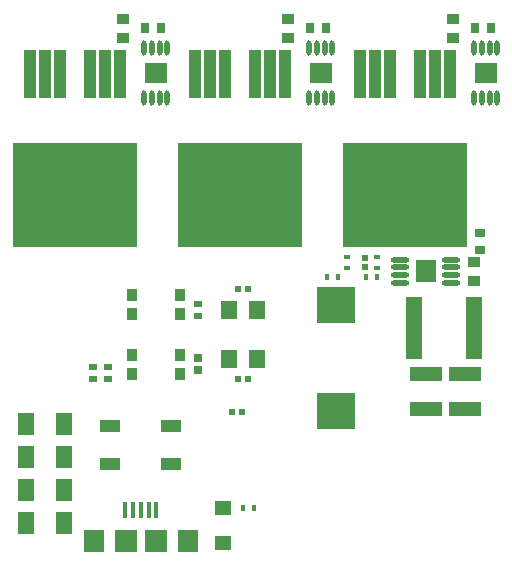
<source format=gtp>
G04 Layer_Color=8421504*
%FSAX24Y24*%
%MOIN*%
G70*
G01*
G75*
%ADD10R,0.0177X0.0217*%
%ADD11R,0.1280X0.1230*%
%ADD12R,0.0560X0.0480*%
%ADD13R,0.0354X0.0276*%
%ADD14R,0.1063X0.0453*%
%ADD15R,0.0750X0.0750*%
%ADD16R,0.0710X0.0750*%
%ADD17R,0.0140X0.0560*%
%ADD18R,0.0283X0.0283*%
%ADD19R,0.0205X0.0205*%
%ADD20R,0.0394X0.0354*%
%ADD21R,0.0413X0.1634*%
%ADD22R,0.4173X0.3465*%
%ADD23R,0.0650X0.0400*%
%ADD24R,0.0354X0.0394*%
%ADD25R,0.0532X0.0748*%
%ADD26R,0.0256X0.0217*%
%ADD27R,0.0550X0.0630*%
%ADD28R,0.0532X0.2087*%
%ADD29O,0.0610X0.0177*%
%ADD30R,0.0681X0.0728*%
%ADD31R,0.0217X0.0177*%
%ADD32R,0.0205X0.0205*%
%ADD33O,0.0177X0.0512*%
%ADD34R,0.0740X0.0661*%
%ADD35R,0.0276X0.0354*%
D10*
X060323Y022700D02*
D03*
X060677D02*
D03*
X063477Y030400D02*
D03*
X063123D02*
D03*
X064406D02*
D03*
X064761D02*
D03*
D11*
X063400Y025940D02*
D03*
Y029460D02*
D03*
D12*
X059628Y021528D02*
D03*
Y022719D02*
D03*
D13*
X068200Y031876D02*
D03*
Y031324D02*
D03*
D14*
X066400Y027191D02*
D03*
Y026009D02*
D03*
X067700Y027191D02*
D03*
Y026009D02*
D03*
D15*
X057400Y021600D02*
D03*
X056400D02*
D03*
D16*
X058480D02*
D03*
X055325D02*
D03*
D17*
X057160Y022650D02*
D03*
X056900D02*
D03*
X056644D02*
D03*
X057420D02*
D03*
X056388D02*
D03*
D18*
X058800Y027697D02*
D03*
Y027303D02*
D03*
D19*
X060457Y027000D02*
D03*
X060143D02*
D03*
X060143Y030000D02*
D03*
X060457D02*
D03*
X060257Y025900D02*
D03*
X059943D02*
D03*
D20*
X067300Y039015D02*
D03*
Y038385D02*
D03*
X061800Y039015D02*
D03*
Y038385D02*
D03*
X056300Y039015D02*
D03*
Y038385D02*
D03*
X068000Y030285D02*
D03*
Y030915D02*
D03*
D21*
X067200Y037161D02*
D03*
X066700D02*
D03*
X066200D02*
D03*
X065200D02*
D03*
X064700D02*
D03*
X064200D02*
D03*
X058700D02*
D03*
X059200D02*
D03*
X059700D02*
D03*
X060700D02*
D03*
X061200D02*
D03*
X061700D02*
D03*
X056200D02*
D03*
X055700D02*
D03*
X055200D02*
D03*
X054200D02*
D03*
X053700D02*
D03*
X053200D02*
D03*
D22*
X065700Y033145D02*
D03*
X060200D02*
D03*
X054700D02*
D03*
D23*
X055885Y024170D02*
D03*
X057920D02*
D03*
Y025430D02*
D03*
X055885D02*
D03*
D24*
X056593Y027815D02*
D03*
Y027185D02*
D03*
X058207Y027815D02*
D03*
Y027185D02*
D03*
X056593Y029815D02*
D03*
Y029185D02*
D03*
X058207Y029815D02*
D03*
Y029185D02*
D03*
D25*
X053070Y022200D02*
D03*
X054330D02*
D03*
X053070Y023300D02*
D03*
X054330D02*
D03*
X053070Y024400D02*
D03*
X054330D02*
D03*
X053070Y025500D02*
D03*
X054330D02*
D03*
D26*
X055300Y027003D02*
D03*
Y027397D02*
D03*
X055800Y027003D02*
D03*
Y027397D02*
D03*
X058800Y029497D02*
D03*
Y029103D02*
D03*
D27*
X059825Y029315D02*
D03*
Y027685D02*
D03*
X060775D02*
D03*
Y029315D02*
D03*
D28*
X066006Y028700D02*
D03*
X067994D02*
D03*
D29*
X067256Y030216D02*
D03*
Y030472D02*
D03*
Y030728D02*
D03*
Y030984D02*
D03*
X065544Y030216D02*
D03*
Y030472D02*
D03*
Y030728D02*
D03*
Y030984D02*
D03*
D30*
X066400Y030600D02*
D03*
D31*
X063761Y031077D02*
D03*
Y030723D02*
D03*
X064784Y031077D02*
D03*
Y030723D02*
D03*
D32*
X064384Y031057D02*
D03*
Y030743D02*
D03*
D33*
X068016Y036373D02*
D03*
X068272D02*
D03*
X068528D02*
D03*
X068784D02*
D03*
X068016Y038027D02*
D03*
X068272D02*
D03*
X068528D02*
D03*
X068784D02*
D03*
X062516Y036373D02*
D03*
X062772D02*
D03*
X063028D02*
D03*
X063284D02*
D03*
X062516Y038027D02*
D03*
X062772D02*
D03*
X063028D02*
D03*
X063284D02*
D03*
X057016Y036373D02*
D03*
X057272D02*
D03*
X057528D02*
D03*
X057784D02*
D03*
X057016Y038027D02*
D03*
X057272D02*
D03*
X057528D02*
D03*
X057784D02*
D03*
D34*
X068400Y037200D02*
D03*
X062900D02*
D03*
X057400D02*
D03*
D35*
X057024Y038700D02*
D03*
X057576D02*
D03*
X062524D02*
D03*
X063076D02*
D03*
X068024D02*
D03*
X068576D02*
D03*
M02*

</source>
